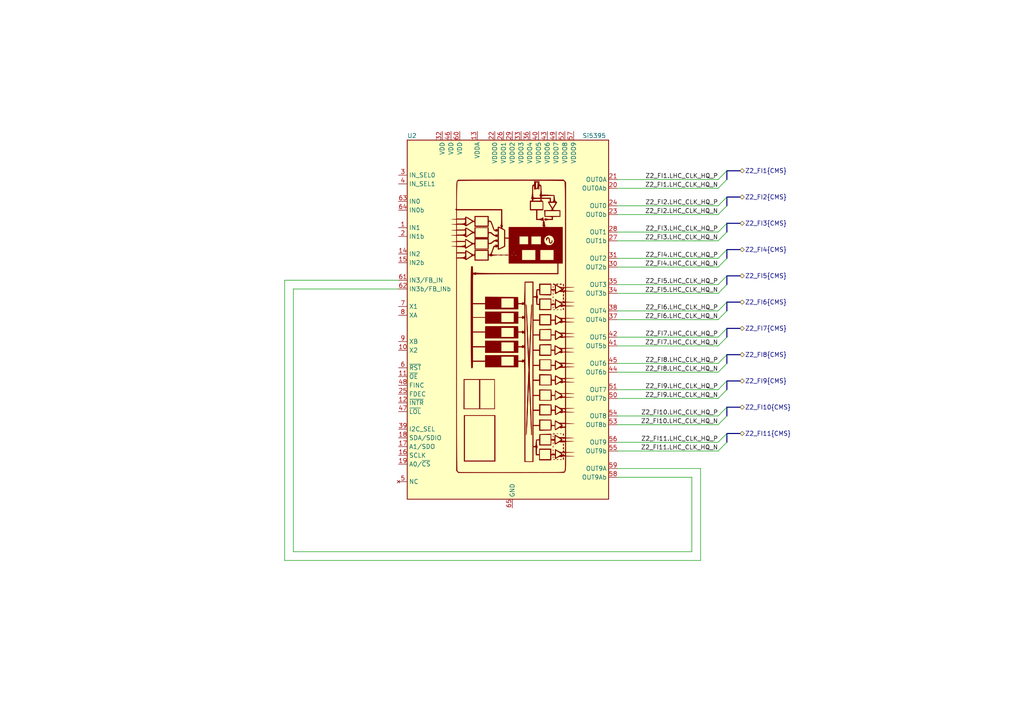
<source format=kicad_sch>
(kicad_sch (version 20230121) (generator eeschema)
  (paper "A4")
  (lib_symbols
    (symbol "project:Si5395"
      (property "Reference" "U" (at -29.21 39.37 0))
      (property "Value" "Si5395" (at 24.13 39.37 0))
      (symbol "Si5395_1_1"
        (pin input line (at -33.02 12.7 0) (length 2.54) (name "IN1") (number "1"))
        (pin input line (at -33.02 -22.86 0) (length 2.54) (name "X2") (number "10"))
        (pin input line (at -33.02 -30.48 0) (length 2.54) (name "~{OE}") (number "11"))
        (pin output line (at -33.02 -38.1 0) (length 2.54) (name "~{INTR}") (number "12"))
        (pin power_in line (at -10.16 40.64 270) (length 2.54) (name "VDDA") (number "13"))
        (pin input line (at -33.02 5.08 0) (length 2.54) (name "IN2") (number "14"))
        (pin input line (at -33.02 2.54 0) (length 2.54) (name "IN2b") (number "15"))
        (pin input line (at -33.02 -53.34 0) (length 2.54) (name "SCLK") (number "16"))
        (pin bidirectional line (at -33.02 -50.8 0) (length 2.54) (name "A1/SDO") (number "17"))
        (pin bidirectional line (at -33.02 -48.26 0) (length 2.54) (name "SDA/SDIO") (number "18"))
        (pin input line (at -33.02 -55.88 0) (length 2.54) (name "A0/~{CS}") (number "19"))
        (pin input line (at -33.02 10.16 0) (length 2.54) (name "IN1b") (number "2"))
        (pin output line (at 30.48 24.13 180) (length 2.54) (name "OUT0Ab") (number "20"))
        (pin output line (at 30.48 26.67 180) (length 2.54) (name "OUT0A") (number "21"))
        (pin power_in line (at -5.08 40.64 270) (length 2.54) (name "VDDO0") (number "22"))
        (pin output line (at 30.48 16.51 180) (length 2.54) (name "OUT0b") (number "23"))
        (pin output line (at 30.48 19.05 180) (length 2.54) (name "OUT0") (number "24"))
        (pin input line (at -33.02 -35.56 0) (length 2.54) (name "FDEC") (number "25"))
        (pin power_in line (at -2.54 40.64 270) (length 2.54) (name "VDDO1") (number "26"))
        (pin output line (at 30.48 8.89 180) (length 2.54) (name "OUT1b") (number "27"))
        (pin output line (at 30.48 11.43 180) (length 2.54) (name "OUT1") (number "28"))
        (pin power_in line (at 0 40.64 270) (length 2.54) (name "VDDO2") (number "29"))
        (pin input line (at -33.02 27.94 0) (length 2.54) (name "IN_SEL0") (number "3"))
        (pin output line (at 30.48 1.27 180) (length 2.54) (name "OUT2b") (number "30"))
        (pin output line (at 30.48 3.81 180) (length 2.54) (name "OUT2") (number "31"))
        (pin power_in line (at -20.32 40.64 270) (length 2.54) (name "VDD") (number "32"))
        (pin power_in line (at 2.54 40.64 270) (length 2.54) (name "VDDO3") (number "33"))
        (pin output line (at 30.48 -6.35 180) (length 2.54) (name "OUT3b") (number "34"))
        (pin output line (at 30.48 -3.81 180) (length 2.54) (name "OUT3") (number "35"))
        (pin power_in line (at 5.08 40.64 270) (length 2.54) (name "VDDO4") (number "36"))
        (pin output line (at 30.48 -13.97 180) (length 2.54) (name "OUT4b") (number "37"))
        (pin output line (at 30.48 -11.43 180) (length 2.54) (name "OUT4") (number "38"))
        (pin input line (at -33.02 -45.72 0) (length 2.54) (name "I2C_SEL") (number "39"))
        (pin input line (at -33.02 25.4 0) (length 2.54) (name "IN_SEL1") (number "4"))
        (pin power_in line (at 7.62 40.64 270) (length 2.54) (name "VDDO5") (number "40"))
        (pin output line (at 30.48 -21.59 180) (length 2.54) (name "OUT5b") (number "41"))
        (pin output line (at 30.48 -19.05 180) (length 2.54) (name "OUT5") (number "42"))
        (pin power_in line (at 10.16 40.64 270) (length 2.54) (name "VDDO6") (number "43"))
        (pin output line (at 30.48 -29.21 180) (length 2.54) (name "OUT6b") (number "44"))
        (pin output line (at 30.48 -26.67 180) (length 2.54) (name "OUT6") (number "45"))
        (pin passive line (at -17.78 40.64 270) (length 2.54) (name "VDD") (number "46"))
        (pin output line (at -33.02 -40.64 0) (length 2.54) (name "~{LOL}") (number "47"))
        (pin input line (at -33.02 -33.02 0) (length 2.54) (name "FINC") (number "48"))
        (pin power_in line (at 12.7 40.64 270) (length 2.54) (name "VDDO7") (number "49"))
        (pin no_connect line (at -33.02 -60.96 0) (length 2.54) (name "NC") (number "5"))
        (pin output line (at 30.48 -36.83 180) (length 2.54) (name "OUT7b") (number "50"))
        (pin output line (at 30.48 -34.29 180) (length 2.54) (name "OUT7") (number "51"))
        (pin power_in line (at 15.24 40.64 270) (length 2.54) (name "VDDO8") (number "52"))
        (pin output line (at 30.48 -44.45 180) (length 2.54) (name "OUT8b") (number "53"))
        (pin output line (at 30.48 -41.91 180) (length 2.54) (name "OUT8") (number "54"))
        (pin output line (at 30.48 -52.07 180) (length 2.54) (name "OUT9b") (number "55"))
        (pin output line (at 30.48 -49.53 180) (length 2.54) (name "OUT9") (number "56"))
        (pin power_in line (at 17.78 40.64 270) (length 2.54) (name "VDDO9") (number "57"))
        (pin output line (at 30.48 -59.69 180) (length 2.54) (name "OUT9Ab") (number "58"))
        (pin output line (at 30.48 -57.15 180) (length 2.54) (name "OUT9A") (number "59"))
        (pin input line (at -33.02 -27.94 0) (length 2.54) (name "~{RST}") (number "6"))
        (pin passive line (at -15.24 40.64 270) (length 2.54) (name "VDD") (number "60"))
        (pin input line (at -33.02 -2.54 0) (length 2.54) (name "IN3/FB_IN") (number "61"))
        (pin input line (at -33.02 -5.08 0) (length 2.54) (name "IN3b/FB_INb") (number "62"))
        (pin input line (at -33.02 20.32 0) (length 2.54) (name "IN0") (number "63"))
        (pin input line (at -33.02 17.78 0) (length 2.54) (name "IN0b") (number "64"))
        (pin power_in line (at 0 -68.58 90) (length 2.54) (name "GND") (number "65"))
        (pin input line (at -33.02 -10.16 0) (length 2.54) (name "X1") (number "7"))
        (pin input line (at -33.02 -12.7 0) (length 2.54) (name "XA") (number "8"))
        (pin input line (at -33.02 -20.32 0) (length 2.54) (name "XB") (number "9"))
      )
    )
  )
  (bus_entry (at 208.28 100.33) (size 2.54 -2.54))
  (bus_entry (at 208.28 82.55) (size 2.54 -2.54))
  (bus_entry (at 208.28 105.41) (size 2.54 -2.54))
  (bus_entry (at 208.28 123.19) (size 2.54 -2.54))
  (bus_entry (at 208.28 90.17) (size 2.54 -2.54))
  (bus_entry (at 208.28 59.69) (size 2.54 -2.54))
  (bus_entry (at 208.28 62.23) (size 2.54 -2.54))
  (bus_entry (at 208.28 107.95) (size 2.54 -2.54))
  (bus_entry (at 208.28 77.47) (size 2.54 -2.54))
  (bus_entry (at 208.28 69.85) (size 2.54 -2.54))
  (bus_entry (at 208.28 54.61) (size 2.54 -2.54))
  (bus_entry (at 208.28 113.03) (size 2.54 -2.54))
  (bus_entry (at 208.28 67.31) (size 2.54 -2.54))
  (bus_entry (at 208.28 85.09) (size 2.54 -2.54))
  (bus_entry (at 208.28 130.81) (size 2.54 -2.54))
  (bus_entry (at 208.28 128.27) (size 2.54 -2.54))
  (bus_entry (at 208.28 97.79) (size 2.54 -2.54))
  (bus_entry (at 208.28 74.93) (size 2.54 -2.54))
  (bus_entry (at 208.28 115.57) (size 2.54 -2.54))
  (bus_entry (at 208.28 120.65) (size 2.54 -2.54))
  (bus_entry (at 208.28 52.07) (size 2.54 -2.54))
  (bus_entry (at 208.28 92.71) (size 2.54 -2.54))
  (wire (pts (xy 203.2 135.89) (xy 203.2 162.56)))
  (bus (pts (xy 210.82 125.73) (xy 210.82 128.27)))
  (wire (pts (xy 179.07 128.27) (xy 208.28 128.27)))
  (wire (pts (xy 200.66 138.43) (xy 179.07 138.43)))
  (bus (pts (xy 214.63 87.63) (xy 210.82 87.63)))
  (wire (pts (xy 179.07 52.07) (xy 208.28 52.07)))
  (bus (pts (xy 214.63 49.53) (xy 210.82 49.53)))
  (bus (pts (xy 210.82 102.87) (xy 210.82 105.41)))
  (wire (pts (xy 179.07 100.33) (xy 208.28 100.33)))
  (wire (pts (xy 179.07 135.89) (xy 203.2 135.89)))
  (wire (pts (xy 179.07 69.85) (xy 208.28 69.85)))
  (bus (pts (xy 210.82 64.77) (xy 210.82 67.31)))
  (wire (pts (xy 85.09 160.02) (xy 200.66 160.02)))
  (wire (pts (xy 179.07 85.09) (xy 208.28 85.09)))
  (bus (pts (xy 214.63 102.87) (xy 210.82 102.87)))
  (wire (pts (xy 203.2 162.56) (xy 82.55 162.56)))
  (bus (pts (xy 210.82 72.39) (xy 210.82 74.93)))
  (wire (pts (xy 115.57 83.82) (xy 85.09 83.82)))
  (bus (pts (xy 210.82 80.01) (xy 210.82 82.55)))
  (wire (pts (xy 179.07 74.93) (xy 208.28 74.93)))
  (wire (pts (xy 179.07 105.41) (xy 208.28 105.41)))
  (bus (pts (xy 210.82 87.63) (xy 210.82 90.17)))
  (bus (pts (xy 214.63 118.11) (xy 210.82 118.11)))
  (bus (pts (xy 210.82 110.49) (xy 210.82 113.03)))
  (bus (pts (xy 214.63 64.77) (xy 210.82 64.77)))
  (bus (pts (xy 214.63 95.25) (xy 210.82 95.25)))
  (wire (pts (xy 179.07 77.47) (xy 208.28 77.47)))
  (bus (pts (xy 210.82 49.53) (xy 210.82 52.07)))
  (wire (pts (xy 82.55 162.56) (xy 82.55 81.28)))
  (bus (pts (xy 210.82 57.15) (xy 210.82 59.69)))
  (wire (pts (xy 179.07 82.55) (xy 208.28 82.55)))
  (wire (pts (xy 179.07 97.79) (xy 208.28 97.79)))
  (wire (pts (xy 179.07 90.17) (xy 208.28 90.17)))
  (wire (pts (xy 179.07 54.61) (xy 208.28 54.61)))
  (wire (pts (xy 179.07 92.71) (xy 208.28 92.71)))
  (bus (pts (xy 214.63 110.49) (xy 210.82 110.49)))
  (bus (pts (xy 214.63 57.15) (xy 210.82 57.15)))
  (wire (pts (xy 179.07 62.23) (xy 208.28 62.23)))
  (wire (pts (xy 179.07 115.57) (xy 208.28 115.57)))
  (wire (pts (xy 200.66 160.02) (xy 200.66 138.43)))
  (bus (pts (xy 210.82 95.25) (xy 210.82 97.79)))
  (wire (pts (xy 179.07 59.69) (xy 208.28 59.69)))
  (wire (pts (xy 179.07 120.65) (xy 208.28 120.65)))
  (wire (pts (xy 179.07 67.31) (xy 208.28 67.31)))
  (wire (pts (xy 82.55 81.28) (xy 115.57 81.28)))
  (bus (pts (xy 214.63 80.01) (xy 210.82 80.01)))
  (bus (pts (xy 210.82 118.11) (xy 210.82 120.65)))
  (wire (pts (xy 179.07 130.81) (xy 208.28 130.81)))
  (wire (pts (xy 179.07 123.19) (xy 208.28 123.19)))
  (bus (pts (xy 214.63 72.39) (xy 210.82 72.39)))
  (wire (pts (xy 179.07 107.95) (xy 208.28 107.95)))
  (bus (pts (xy 214.63 125.73) (xy 210.82 125.73)))
  (wire (pts (xy 85.09 83.82) (xy 85.09 160.02)))
  (wire (pts (xy 179.07 113.03) (xy 208.28 113.03)))
  (label "Z2_FI6.LHC_CLK_HQ_N" (at 208.28 92.71 180))
  (label "Z2_FI1.LHC_CLK_HQ_P" (at 208.28 52.07 180))
  (label "Z2_FI5.LHC_CLK_HQ_P" (at 208.28 82.55 180))
  (label "Z2_FI3.LHC_CLK_HQ_P" (at 208.28 67.31 180))
  (label "Z2_FI9.LHC_CLK_HQ_P" (at 208.28 113.03 180))
  (label "Z2_FI10.LHC_CLK_HQ_P" (at 208.28 120.65 180))
  (label "Z2_FI7.LHC_CLK_HQ_P" (at 208.28 97.79 180))
  (label "Z2_FI1.LHC_CLK_HQ_N" (at 208.28 54.61 180))
  (label "Z2_FI11.LHC_CLK_HQ_N" (at 208.28 130.81 180))
  (label "Z2_FI10.LHC_CLK_HQ_N" (at 208.28 123.19 180))
  (label "Z2_FI4.LHC_CLK_HQ_N" (at 208.28 77.47 180))
  (label "Z2_FI11.LHC_CLK_HQ_P" (at 208.28 128.27 180))
  (label "Z2_FI3.LHC_CLK_HQ_N" (at 208.28 69.85 180))
  (label "Z2_FI5.LHC_CLK_HQ_N" (at 208.28 85.09 180))
  (label "Z2_FI4.LHC_CLK_HQ_P" (at 208.28 74.93 180))
  (label "Z2_FI2.LHC_CLK_HQ_N" (at 208.28 62.23 180))
  (label "Z2_FI9.LHC_CLK_HQ_N" (at 208.28 115.57 180))
  (label "Z2_FI6.LHC_CLK_HQ_P" (at 208.28 90.17 180))
  (label "Z2_FI7.LHC_CLK_HQ_N" (at 208.28 100.33 180))
  (label "Z2_FI2.LHC_CLK_HQ_P" (at 208.28 59.69 180))
  (label "Z2_FI8.LHC_CLK_HQ_N" (at 208.28 107.95 180))
  (label "Z2_FI8.LHC_CLK_HQ_P" (at 208.28 105.41 180))
  (hierarchical_label "Z2_FI6{CMS}" (shape bidirectional) (at 214.63 87.63 0))
  (hierarchical_label "Z2_FI8{CMS}" (shape bidirectional) (at 214.63 102.87 0))
  (hierarchical_label "Z2_FI3{CMS}" (shape bidirectional) (at 214.63 64.77 0))
  (hierarchical_label "Z2_FI9{CMS}" (shape bidirectional) (at 214.63 110.49 0))
  (hierarchical_label "Z2_FI4{CMS}" (shape bidirectional) (at 214.63 72.39 0))
  (hierarchical_label "Z2_FI10{CMS}" (shape bidirectional) (at 214.63 118.11 0))
  (hierarchical_label "Z2_FI11{CMS}" (shape bidirectional) (at 214.63 125.73 0))
  (hierarchical_label "Z2_FI5{CMS}" (shape bidirectional) (at 214.63 80.01 0))
  (hierarchical_label "Z2_FI1{CMS}" (shape bidirectional) (at 214.63 49.53 0))
  (hierarchical_label "Z2_FI7{CMS}" (shape bidirectional) (at 214.63 95.25 0))
  (hierarchical_label "Z2_FI2{CMS}" (shape bidirectional) (at 214.63 57.15 0))
  (symbol (lib_id "project:Si5395") (at 148.59 78.74 0) (unit 1)
    (property "Reference" "U2" (at 118.11 39.37 0) (effects (justify left)))
    (property "Value" "Si5395" (at 168.91 39.37 0) (effects (justify left)))
    (property "Footprint" "Package_DFN_QFN:QFN-64-1EP_9x9mm_P0.5mm_EP5.2x5.2mm" (effects hide))
    (property "Datasheet" "https://www.skyworksinc.com/-/media/Skyworks/SL/documents/public/data-sheets/si5395-94-92-a-datasheet.pdf" (effects hide))
    (instances (project "atca-simple-loopback-hub" (path "" (reference "U2") (unit 1)) (path "" (reference "U1") (unit 1))))
  )
)
</source>
